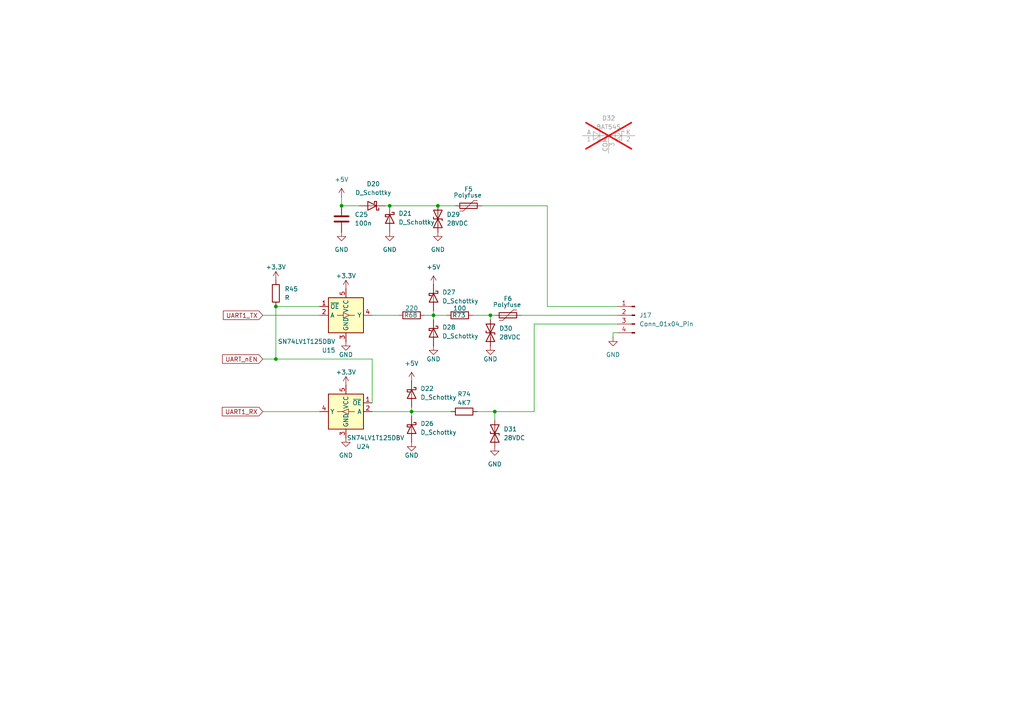
<source format=kicad_sch>
(kicad_sch (version 20231120) (generator "eeschema") (generator_version "8.0")
  (paper "A4")
  (lib_symbols
    (symbol "Connector:Conn_01x04_Pin" (pin_names (offset 1.016) hide)
      (property "Reference" "J" (at 0 5.08 0))
      (property "Value" "Conn_01x04_Pin" (at 0 -7.62 0))
      (symbol "Conn_01x04_Pin_1_1"
        (polyline (pts (xy 1.27 -5.08) (xy 0.8636 -5.08)) (stroke (width 0.1524)))
        (polyline (pts (xy 1.27 -2.54) (xy 0.8636 -2.54)) (stroke (width 0.1524)))
        (polyline (pts (xy 1.27 0) (xy 0.8636 0)) (stroke (width 0.1524)))
        (polyline (pts (xy 1.27 2.54) (xy 0.8636 2.54)) (stroke (width 0.1524)))
        (rectangle (start 0.8636 -4.953) (end 0 -5.207) (stroke (width 0.1524)) (fill (type outline)))
        (rectangle (start 0.8636 -2.413) (end 0 -2.667) (stroke (width 0.1524)) (fill (type outline)))
        (rectangle (start 0.8636 0.127) (end 0 -0.127) (stroke (width 0.1524)) (fill (type outline)))
        (rectangle (start 0.8636 2.667) (end 0 2.413) (stroke (width 0.1524)) (fill (type outline)))
        (pin passive line (at 5.08 2.54 180) (length 3.81) (name "Pin_1") (number "1"))
        (pin passive line (at 5.08 0 180) (length 3.81) (name "Pin_2") (number "2"))
        (pin passive line (at 5.08 -2.54 180) (length 3.81) (name "Pin_3") (number "3"))
        (pin passive line (at 5.08 -5.08 180) (length 3.81) (name "Pin_4") (number "4"))
      )
    )
    (symbol "Device:C" (pin_numbers hide) (pin_names (offset 0.254))
      (property "Reference" "C" (at 0.635 2.54 0))
      (property "Value" "C" (at 0.635 -2.54 0))
      (symbol "C_0_1"
        (polyline (pts (xy -2.032 -0.762) (xy 2.032 -0.762)) (stroke (width 0.508)))
        (polyline (pts (xy -2.032 0.762) (xy 2.032 0.762)) (stroke (width 0.508)))
      )
      (symbol "C_1_1"
        (pin passive line (at 0 3.81 270) (length 2.794) (name "~") (number "1"))
        (pin passive line (at 0 -3.81 90) (length 2.794) (name "~") (number "2"))
      )
    )
    (symbol "Device:D_Schottky" (pin_numbers hide) (pin_names (offset 1.016) hide)
      (property "Reference" "D" (at 0 2.54 0))
      (property "Value" "D_Schottky" (at 0 -2.54 0))
      (symbol "D_Schottky_0_1"
        (polyline (pts (xy 1.27 0) (xy -1.27 0)))
        (polyline (pts (xy 1.27 1.27) (xy 1.27 -1.27) (xy -1.27 0) (xy 1.27 1.27)) (stroke (width 0.254)))
        (polyline (pts (xy -1.905 0.635) (xy -1.905 1.27) (xy -1.27 1.27) (xy -1.27 -1.27) (xy -0.635 -1.27) (xy -0.635 -0.635)) (stroke (width 0.254)))
      )
      (symbol "D_Schottky_1_1"
        (pin passive line (at -3.81 0 0) (length 2.54) (name "K") (number "1"))
        (pin passive line (at 3.81 0 180) (length 2.54) (name "A") (number "2"))
      )
    )
    (symbol "Device:D_TVS" (pin_numbers hide) (pin_names (offset 1.016) hide)
      (property "Reference" "D" (at 0 2.54 0))
      (property "Value" "D_TVS" (at 0 -2.54 0))
      (symbol "D_TVS_0_1"
        (polyline (pts (xy 1.27 0) (xy -1.27 0)))
        (polyline (pts (xy 0.508 1.27) (xy 0 1.27) (xy 0 -1.27) (xy -0.508 -1.27)) (stroke (width 0.254)))
        (polyline (pts (xy -2.54 1.27) (xy -2.54 -1.27) (xy 2.54 1.27) (xy 2.54 -1.27) (xy -2.54 1.27)) (stroke (width 0.254)))
      )
      (symbol "D_TVS_1_1"
        (pin passive line (at -3.81 0 0) (length 2.54) (name "A1") (number "1"))
        (pin passive line (at 3.81 0 180) (length 2.54) (name "A2") (number "2"))
      )
    )
    (symbol "Device:Polyfuse" (pin_numbers hide) (pin_names (offset 0))
      (property "Reference" "F" (at -2.54 0 90))
      (property "Value" "Polyfuse" (at 2.54 0 90))
      (symbol "Polyfuse_0_1"
        (rectangle (start -0.762 2.54) (end 0.762 -2.54) (stroke (width 0.254)))
        (polyline (pts (xy 0 2.54) (xy 0 -2.54)))
        (polyline (pts (xy -1.524 2.54) (xy -1.524 1.524) (xy 1.524 -1.524) (xy 1.524 -2.54)))
      )
      (symbol "Polyfuse_1_1"
        (pin passive line (at 0 3.81 270) (length 1.27) (name "~") (number "1"))
        (pin passive line (at 0 -3.81 90) (length 1.27) (name "~") (number "2"))
      )
    )
    (symbol "Device:R" (pin_numbers hide) (pin_names (offset 0))
      (property "Reference" "R" (at 2.032 0 90))
      (property "Value" "R" (at 0 0 90))
      (symbol "R_0_1"
        (rectangle (start -1.016 -2.54) (end 1.016 2.54) (stroke (width 0.254)))
      )
      (symbol "R_1_1"
        (pin passive line (at 0 3.81 270) (length 1.27) (name "~") (number "1"))
        (pin passive line (at 0 -3.81 90) (length 1.27) (name "~") (number "2"))
      )
    )
    (symbol "Diode:BAT54S" (pin_names (offset 0))
      (property "Reference" "D" (at 2.54 -5.08 0))
      (property "Value" "BAT54S" (at -6.35 3.175 0))
      (symbol "BAT54S_0_1"
        (polyline (pts (xy -3.81 0) (xy -1.27 0)))
        (polyline (pts (xy -3.175 -1.27) (xy -3.175 -1.016)))
        (polyline (pts (xy -2.54 -1.27) (xy -3.175 -1.27)))
        (polyline (pts (xy -2.54 -1.27) (xy -2.54 1.27)))
        (polyline (pts (xy -2.54 1.27) (xy -1.905 1.27)))
        (polyline (pts (xy -1.905 0) (xy 1.905 0)))
        (polyline (pts (xy -1.905 1.27) (xy -1.905 1.016)))
        (polyline (pts (xy 1.27 0) (xy 3.81 0)))
        (polyline (pts (xy 3.175 -1.27) (xy 3.175 -1.016)))
        (polyline (pts (xy 3.81 -1.27) (xy 3.175 -1.27)))
        (polyline (pts (xy 3.81 -1.27) (xy 3.81 1.27)))
        (polyline (pts (xy 3.81 1.27) (xy 4.445 1.27)))
        (polyline (pts (xy 4.445 1.27) (xy 4.445 1.016)))
        (polyline (pts (xy -4.445 1.27) (xy -4.445 -1.27) (xy -2.54 0) (xy -4.445 1.27)))
        (polyline (pts (xy 1.905 1.27) (xy 1.905 -1.27) (xy 3.81 0) (xy 1.905 1.27)))
        (circle (center 0 0) (radius 0.254) (fill (type outline)))
      )
      (symbol "BAT54S_1_1"
        (pin passive line (at -7.62 0 0) (length 3.81) (name "A") (number "1"))
        (pin passive line (at 7.62 0 180) (length 3.81) (name "K") (number "2"))
        (pin passive line (at 0 -5.08 90) (length 5.08) (name "COM") (number "3"))
      )
    )
    (symbol "Logic_LevelTranslator:SN74LV1T125DBV"
      (property "Reference" "U" (at 5.08 6.35 0))
      (property "Value" "SN74LV1T125DBV" (at 5.08 3.81 0))
      (symbol "SN74LV1T125DBV_0_1"
        (rectangle (start -5.08 5.08) (end 5.08 -5.08) (stroke (width 0.254)) (fill (type background)))
        (polyline (pts (xy -0.762 0) (xy -2.54 0)))
        (polyline (pts (xy 1.016 0) (xy 2.54 0)))
      )
      (symbol "SN74LV1T125DBV_1_1"
        (polyline (pts (xy -0.762 -0.762) (xy -0.762 0.762) (xy 1.016 0) (xy -0.762 -0.762)))
        (pin input line (at -7.62 2.54 0) (length 2.54) (name "~{OE}") (number "1"))
        (pin input line (at -7.62 0 0) (length 2.54) (name "A") (number "2"))
        (pin power_in line (at 0 -7.62 90) (length 2.54) (name "GND") (number "3"))
        (pin output line (at 7.62 0 180) (length 2.54) (name "Y") (number "4"))
        (pin power_in line (at 0 7.62 270) (length 2.54) (name "VCC") (number "5"))
      )
    )
    (symbol "power:+3.3V" (power) (pin_numbers hide) (pin_names (offset 0) hide)
      (property "Value" "+3.3V" (at 0 3.556 0))
      (symbol "+3.3V_0_1"
        (polyline (pts (xy -0.762 1.27) (xy 0 2.54)))
        (polyline (pts (xy 0 0) (xy 0 2.54)))
        (polyline (pts (xy 0 2.54) (xy 0.762 1.27)))
      )
      (symbol "+3.3V_1_1"
        (pin power_in line (at 0 0 90) (length 0) (name "~") (number "1"))
      )
    )
    (symbol "power:+5V" (power) (pin_numbers hide) (pin_names (offset 0) hide)
      (property "Value" "+5V" (at 0 3.556 0))
      (symbol "+5V_0_1"
        (polyline (pts (xy -0.762 1.27) (xy 0 2.54)))
        (polyline (pts (xy 0 0) (xy 0 2.54)))
        (polyline (pts (xy 0 2.54) (xy 0.762 1.27)))
      )
      (symbol "+5V_1_1"
        (pin power_in line (at 0 0 90) (length 0) (name "~") (number "1"))
      )
    )
    (symbol "power:GND" (power) (pin_numbers hide) (pin_names (offset 0) hide)
      (property "Value" "GND" (at 0 -3.81 0))
      (symbol "GND_0_1"
        (polyline (pts (xy 0 0) (xy 0 -1.27) (xy 1.27 -1.27) (xy 0 -2.54) (xy -1.27 -1.27) (xy 0 -1.27)))
      )
      (symbol "GND_1_1"
        (pin power_in line (at 0 0 270) (length 0) (name "~") (number "1"))
      )
    )
  )
  (junction (at 99.06 59.69))
  (junction (at 143.51 119.38))
  (junction (at 142.24 91.44))
  (junction (at 80.01 88.9))
  (junction (at 125.73 91.44))
  (junction (at 113.03 59.69))
  (junction (at 80.01 104.14))
  (junction (at 127 59.69))
  (junction (at 119.38 119.38))
  (wire (pts (xy 142.24 91.44) (xy 142.24 92.71)))
  (wire (pts (xy 80.01 104.14) (xy 80.01 88.9)))
  (wire (pts (xy 76.2 119.38) (xy 92.71 119.38)))
  (wire (pts (xy 154.94 119.38) (xy 143.51 119.38)))
  (wire (pts (xy 111.76 59.69) (xy 113.03 59.69)))
  (wire (pts (xy 138.43 119.38) (xy 143.51 119.38)))
  (wire (pts (xy 119.38 119.38) (xy 130.81 119.38)))
  (wire (pts (xy 107.95 116.84) (xy 107.95 104.14)))
  (wire (pts (xy 127 59.69) (xy 132.08 59.69)))
  (wire (pts (xy 142.24 91.44) (xy 143.51 91.44)))
  (wire (pts (xy 158.75 59.69) (xy 158.75 88.9)))
  (wire (pts (xy 115.57 91.44) (xy 107.95 91.44)))
  (wire (pts (xy 125.73 91.44) (xy 129.54 91.44)))
  (wire (pts (xy 119.38 118.11) (xy 119.38 119.38)))
  (wire (pts (xy 113.03 59.69) (xy 127 59.69)))
  (wire (pts (xy 179.07 93.98) (xy 154.94 93.98)))
  (wire (pts (xy 125.73 91.44) (xy 125.73 92.71)))
  (wire (pts (xy 80.01 88.9) (xy 92.71 88.9)))
  (wire (pts (xy 158.75 88.9) (xy 179.07 88.9)))
  (wire (pts (xy 125.73 90.17) (xy 125.73 91.44)))
  (wire (pts (xy 123.19 91.44) (xy 125.73 91.44)))
  (wire (pts (xy 99.06 59.69) (xy 104.14 59.69)))
  (wire (pts (xy 107.95 119.38) (xy 119.38 119.38)))
  (wire (pts (xy 177.8 97.79) (xy 177.8 96.52)))
  (wire (pts (xy 154.94 93.98) (xy 154.94 119.38)))
  (wire (pts (xy 139.7 59.69) (xy 158.75 59.69)))
  (wire (pts (xy 76.2 104.14) (xy 80.01 104.14)))
  (wire (pts (xy 143.51 119.38) (xy 143.51 121.92)))
  (wire (pts (xy 99.06 57.15) (xy 99.06 59.69)))
  (wire (pts (xy 151.13 91.44) (xy 179.07 91.44)))
  (wire (pts (xy 107.95 104.14) (xy 80.01 104.14)))
  (wire (pts (xy 119.38 119.38) (xy 119.38 120.65)))
  (wire (pts (xy 76.2 91.44) (xy 92.71 91.44)))
  (wire (pts (xy 177.8 96.52) (xy 179.07 96.52)))
  (wire (pts (xy 137.16 91.44) (xy 142.24 91.44)))
  (global_label "UART1_RX" (shape input) (at 76.2 119.38 180) (property "Intersheetrefs" "${INTERSHEET_REFS}" (at 63.9015 119.38 0) (effects (justify right))))
  (global_label "UART_nEN" (shape input) (at 76.2 104.14 180) (property "Intersheetrefs" "${INTERSHEET_REFS}" (at 63.962 104.14 0) (effects (justify right))))
  (global_label "UART1_TX" (shape input) (at 76.2 91.44 180) (property "Intersheetrefs" "${INTERSHEET_REFS}" (at 64.2039 91.44 0) (effects (justify right))))
  (symbol (lib_id "Device:R") (at 80.01 85.09 0) (unit 1)
    (property "Reference" "R45" (at 82.55 83.8199 0) (effects (justify left)))
    (property "Value" "R" (at 82.55 86.3599 0) (effects (justify left)))
    (property "Description" "Resistor" (effects (hide yes)))
  )
  (symbol (lib_id "Diode:BAT54S") (at 176.53 39.37 0) (unit 1) (dnp yes)
    (property "Reference" "D32" (at 176.53 34.29 0))
    (property "Value" "BAT54S" (at 176.53 36.83 0))
    (property "Footprint" "Package_TO_SOT_SMD:SOT-23" (effects (hide yes)))
    (property "Datasheet" "https://www.diodes.com/assets/Datasheets/ds11005.pdf" (effects (hide yes)))
    (property "Description" "Vr 30V, If 200mA, Dual schottky barrier diode, in series, SOT-323" (effects (hide yes)))
  )
  (symbol (lib_id "power:+3.3V") (at 80.01 81.28 0) (unit 1)
    (property "Reference" "#PWR086" (effects (hide yes)))
    (property "Value" "+3.3V" (at 80.01 77.47 0))
    (property "Description" "Power symbol creates a global label with name \"+3.3V\"" (effects (hide yes)))
  )
  (symbol (lib_id "power:GND") (at 177.8 97.79 0) (unit 1)
    (property "Reference" "#PWR0145" (effects (hide yes)))
    (property "Value" "GND" (at 177.8 102.87 0))
    (property "Description" "Power symbol creates a global label with name \"GND\" , ground" (effects (hide yes)))
  )
  (symbol (lib_id "power:GND") (at 127 67.31 0) (unit 1)
    (property "Reference" "#PWR0142" (effects (hide yes)))
    (property "Value" "GND" (at 127 72.39 0))
    (property "Description" "Power symbol creates a global label with name \"GND\" , ground" (effects (hide yes)))
  )
  (symbol (lib_id "Device:D_Schottky") (at 125.73 96.52 270) (unit 1)
    (property "Reference" "D28" (at 128.27 94.9324 90) (effects (justify left)))
    (property "Value" "D_Schottky" (at 128.27 97.4724 90) (effects (justify left)))
    (property "Description" "Schottky diode" (effects (hide yes)))
  )
  (symbol (lib_id "power:GND") (at 119.38 128.27 0) (unit 1)
    (property "Reference" "#PWR0139" (effects (hide yes)))
    (property "Value" "GND" (at 119.38 132.08 0))
    (property "Description" "Power symbol creates a global label with name \"GND\" , ground" (effects (hide yes)))
  )
  (symbol (lib_id "Device:D_Schottky") (at 119.38 124.46 270) (unit 1)
    (property "Reference" "D26" (at 121.92 122.8724 90) (effects (justify left)))
    (property "Value" "D_Schottky" (at 121.92 125.4124 90) (effects (justify left)))
    (property "Description" "Schottky diode" (effects (hide yes)))
  )
  (symbol (lib_id "Device:Polyfuse") (at 135.89 59.69 90) (unit 1)
    (property "Reference" "F5" (at 135.89 54.864 90))
    (property "Value" "Polyfuse" (at 135.636 56.642 90))
    (property "Description" "Resettable fuse, polymeric positive temperature coefficient" (effects (hide yes)))
  )
  (symbol (lib_id "power:GND") (at 142.24 100.33 0) (unit 1)
    (property "Reference" "#PWR0143" (effects (hide yes)))
    (property "Value" "GND" (at 142.24 104.14 0))
    (property "Description" "Power symbol creates a global label with name \"GND\" , ground" (effects (hide yes)))
  )
  (symbol (lib_id "Device:C") (at 99.06 63.5 0) (unit 1)
    (property "Reference" "C25" (at 102.87 62.2299 0) (effects (justify left)))
    (property "Value" "100n" (at 102.87 64.7699 0) (effects (justify left)))
    (property "Description" "Unpolarized capacitor" (effects (hide yes)))
  )
  (symbol (lib_id "Device:D_Schottky") (at 113.03 63.5 270) (unit 1)
    (property "Reference" "D21" (at 115.57 61.9124 90) (effects (justify left)))
    (property "Value" "D_Schottky" (at 115.57 64.4524 90) (effects (justify left)))
    (property "Description" "Schottky diode" (effects (hide yes)))
  )
  (symbol (lib_id "Connector:Conn_01x04_Pin") (at 184.15 91.44 0) (mirror y) (unit 1)
    (property "Reference" "J17" (at 185.42 91.4399 0) (effects (justify right)))
    (property "Value" "Conn_01x04_Pin" (at 185.42 93.9799 0) (effects (justify right)))
    (property "Description" "Generic connector, single row, 01x04, script generated" (effects (hide yes)))
  )
  (symbol (lib_id "Logic_LevelTranslator:SN74LV1T125DBV") (at 100.33 91.44 0) (unit 1)
    (property "Reference" "U15" (at 97.3135 101.6 0) (effects (justify right)))
    (property "Value" "SN74LV1T125DBV" (at 97.3135 99.06 0) (effects (justify right)))
    (property "Footprint" "Package_TO_SOT_SMD:SOT-23-5" (effects (hide yes)))
    (property "Datasheet" "https://www.ti.com/lit/ds/symlink/sn74lv1t125.pdf" (effects (hide yes)))
    (property "Description" "Single Power Supply, Single Buffer Gate with 3-State Output, CMOS Logic Level Shifter Level Shifter, SOT-23-5" (effects (hide yes)))
  )
  (symbol (lib_id "power:GND") (at 100.33 127 0) (unit 1)
    (property "Reference" "#PWR0130" (effects (hide yes)))
    (property "Value" "GND" (at 100.33 132.08 0))
    (property "Description" "Power symbol creates a global label with name \"GND\" , ground" (effects (hide yes)))
  )
  (symbol (lib_id "Device:D_Schottky") (at 119.38 114.3 270) (unit 1)
    (property "Reference" "D22" (at 121.92 112.7124 90) (effects (justify left)))
    (property "Value" "D_Schottky" (at 121.92 115.2524 90) (effects (justify left)))
    (property "Description" "Schottky diode" (effects (hide yes)))
  )
  (symbol (lib_id "power:+3.3V") (at 100.33 83.82 0) (unit 1)
    (property "Reference" "#PWR0125" (effects (hide yes)))
    (property "Value" "+3.3V" (at 100.33 80.01 0))
    (property "Description" "Power symbol creates a global label with name \"+3.3V\"" (effects (hide yes)))
  )
  (symbol (lib_id "power:+5V") (at 125.73 82.55 0) (unit 1)
    (property "Reference" "#PWR0140" (effects (hide yes)))
    (property "Value" "+5V" (at 125.73 77.47 0))
    (property "Description" "Power symbol creates a global label with name \"+5V\"" (effects (hide yes)))
  )
  (symbol (lib_id "power:+5V") (at 99.06 57.15 0) (unit 1)
    (property "Reference" "#PWR0124" (effects (hide yes)))
    (property "Value" "+5V" (at 99.06 52.07 0))
    (property "Description" "Power symbol creates a global label with name \"+5V\"" (effects (hide yes)))
  )
  (symbol (lib_id "power:GND") (at 100.33 99.06 0) (unit 1)
    (property "Reference" "#PWR0126" (effects (hide yes)))
    (property "Value" "GND" (at 100.33 102.87 0))
    (property "Description" "Power symbol creates a global label with name \"GND\" , ground" (effects (hide yes)))
  )
  (symbol (lib_id "Device:D_TVS") (at 127 63.5 90) (unit 1)
    (property "Reference" "D29" (at 129.54 62.2299 90) (effects (justify right)))
    (property "Value" "28VDC" (at 129.54 64.7699 90) (effects (justify right)))
    (property "Description" "Bidirectional transient-voltage-suppression diode" (effects (hide yes)))
  )
  (symbol (lib_id "Device:R") (at 119.38 91.44 90) (unit 1)
    (property "Reference" "R68" (at 119.126 91.44 90))
    (property "Value" "220" (at 119.38 89.408 90))
    (property "Description" "Resistor" (effects (hide yes)))
  )
  (symbol (lib_id "power:+5V") (at 119.38 110.49 0) (unit 1)
    (property "Reference" "#PWR0138" (effects (hide yes)))
    (property "Value" "+5V" (at 119.38 105.41 0))
    (property "Description" "Power symbol creates a global label with name \"+5V\"" (effects (hide yes)))
  )
  (symbol (lib_id "Device:D_TVS") (at 142.24 96.52 90) (unit 1)
    (property "Reference" "D30" (at 144.78 95.2499 90) (effects (justify right)))
    (property "Value" "28VDC" (at 144.78 97.7899 90) (effects (justify right)))
    (property "Description" "Bidirectional transient-voltage-suppression diode" (effects (hide yes)))
  )
  (symbol (lib_id "power:GND") (at 143.51 129.54 0) (unit 1)
    (property "Reference" "#PWR0144" (effects (hide yes)))
    (property "Value" "GND" (at 143.51 134.62 0))
    (property "Description" "Power symbol creates a global label with name \"GND\" , ground" (effects (hide yes)))
  )
  (symbol (lib_id "Device:Polyfuse") (at 147.32 91.44 90) (unit 1)
    (property "Reference" "F6" (at 147.32 86.614 90))
    (property "Value" "Polyfuse" (at 147.066 88.392 90))
    (property "Description" "Resettable fuse, polymeric positive temperature coefficient" (effects (hide yes)))
  )
  (symbol (lib_id "Device:D_Schottky") (at 107.95 59.69 180) (unit 1)
    (property "Reference" "D20" (at 108.2675 53.34 0))
    (property "Value" "D_Schottky" (at 108.2675 55.88 0))
    (property "Description" "Schottky diode" (effects (hide yes)))
  )
  (symbol (lib_id "Device:R") (at 133.35 91.44 90) (unit 1)
    (property "Reference" "R73" (at 133.096 91.44 90))
    (property "Value" "100" (at 133.35 89.408 90))
    (property "Description" "Resistor" (effects (hide yes)))
  )
  (symbol (lib_id "power:GND") (at 99.06 67.31 0) (unit 1)
    (property "Reference" "#PWR0146" (effects (hide yes)))
    (property "Value" "GND" (at 99.06 72.39 0))
    (property "Description" "Power symbol creates a global label with name \"GND\" , ground" (effects (hide yes)))
  )
  (symbol (lib_id "power:GND") (at 125.73 100.33 0) (unit 1)
    (property "Reference" "#PWR0141" (effects (hide yes)))
    (property "Value" "GND" (at 125.73 104.14 0))
    (property "Description" "Power symbol creates a global label with name \"GND\" , ground" (effects (hide yes)))
  )
  (symbol (lib_id "Logic_LevelTranslator:SN74LV1T125DBV") (at 100.33 119.38 0) (mirror y) (unit 1)
    (property "Reference" "U24" (at 103.3465 129.54 0) (effects (justify right)))
    (property "Value" "SN74LV1T125DBV" (at 100.584 127 0) (effects (justify right)))
    (property "Footprint" "Package_TO_SOT_SMD:SOT-23-5" (effects (hide yes)))
    (property "Datasheet" "https://www.ti.com/lit/ds/symlink/sn74lv1t125.pdf" (effects (hide yes)))
    (property "Description" "Single Power Supply, Single Buffer Gate with 3-State Output, CMOS Logic Level Shifter Level Shifter, SOT-23-5" (effects (hide yes)))
  )
  (symbol (lib_id "power:+3.3V") (at 100.33 111.76 0) (unit 1)
    (property "Reference" "#PWR0129" (effects (hide yes)))
    (property "Value" "+3.3V" (at 100.33 107.95 0))
    (property "Description" "Power symbol creates a global label with name \"+3.3V\"" (effects (hide yes)))
  )
  (symbol (lib_id "Device:R") (at 134.62 119.38 90) (unit 1)
    (property "Reference" "R74" (at 134.62 114.3 90))
    (property "Value" "4K7" (at 134.62 116.84 90))
    (property "Description" "Resistor" (effects (hide yes)))
  )
  (symbol (lib_id "power:GND") (at 113.03 67.31 0) (unit 1)
    (property "Reference" "#PWR0131" (effects (hide yes)))
    (property "Value" "GND" (at 113.03 72.39 0))
    (property "Description" "Power symbol creates a global label with name \"GND\" , ground" (effects (hide yes)))
  )
  (symbol (lib_id "Device:D_TVS") (at 143.51 125.73 90) (unit 1)
    (property "Reference" "D31" (at 146.05 124.4599 90) (effects (justify right)))
    (property "Value" "28VDC" (at 146.05 126.9999 90) (effects (justify right)))
    (property "Description" "Bidirectional transient-voltage-suppression diode" (effects (hide yes)))
  )
  (symbol (lib_id "Device:D_Schottky") (at 125.73 86.36 270) (unit 1)
    (property "Reference" "D27" (at 128.27 84.7724 90) (effects (justify left)))
    (property "Value" "D_Schottky" (at 128.27 87.3124 90) (effects (justify left)))
    (property "Description" "Schottky diode" (effects (hide yes)))
  )
)
</source>
